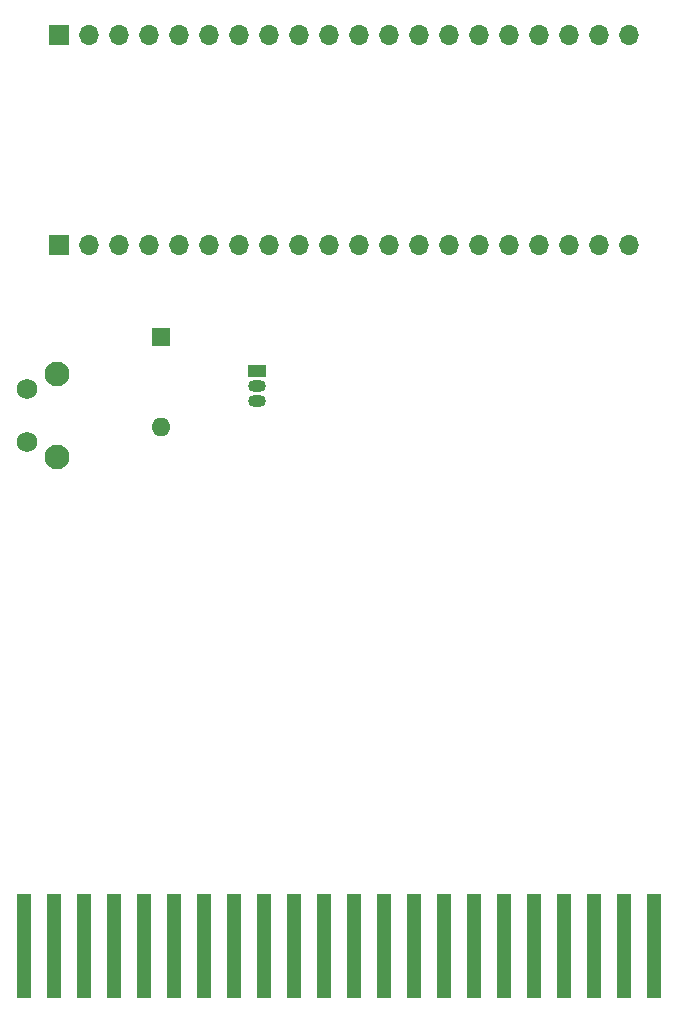
<source format=gbr>
%TF.GenerationSoftware,KiCad,Pcbnew,8.0.2*%
%TF.CreationDate,2024-05-12T16:12:48+02:00*%
%TF.ProjectId,PiRTOII_cart,50695254-4f49-4495-9f63-6172742e6b69,rev?*%
%TF.SameCoordinates,Original*%
%TF.FileFunction,Soldermask,Top*%
%TF.FilePolarity,Negative*%
%FSLAX46Y46*%
G04 Gerber Fmt 4.6, Leading zero omitted, Abs format (unit mm)*
G04 Created by KiCad (PCBNEW 8.0.2) date 2024-05-12 16:12:48*
%MOMM*%
%LPD*%
G01*
G04 APERTURE LIST*
%ADD10O,1.700000X1.700000*%
%ADD11R,1.700000X1.700000*%
%ADD12O,1.600000X1.600000*%
%ADD13R,1.600000X1.600000*%
%ADD14O,1.500000X1.050000*%
%ADD15R,1.500000X1.050000*%
%ADD16R,1.270000X8.840000*%
%ADD17C,1.750000*%
%ADD18C,2.100000*%
G04 APERTURE END LIST*
D10*
%TO.C,J2*%
X142590000Y-128550000D03*
X140050000Y-128550000D03*
X137510000Y-128550000D03*
X134970000Y-128550000D03*
X132430000Y-128550000D03*
X129890000Y-128550000D03*
X127350000Y-128550000D03*
X124810000Y-128550000D03*
X122270000Y-128550000D03*
X119730000Y-128550000D03*
X117190000Y-128550000D03*
X114650000Y-128550000D03*
X112110000Y-128550000D03*
X109570000Y-128550000D03*
X107030000Y-128550000D03*
X104490000Y-128550000D03*
X101950000Y-128550000D03*
X99410000Y-128550000D03*
X96870000Y-128550000D03*
D11*
X94330000Y-128550000D03*
%TD*%
D10*
%TO.C,J3*%
X142580000Y-110750000D03*
X140040000Y-110750000D03*
X137500000Y-110750000D03*
X134960000Y-110750000D03*
X132420000Y-110750000D03*
X129880000Y-110750000D03*
X127340000Y-110750000D03*
X124800000Y-110750000D03*
X122260000Y-110750000D03*
X119720000Y-110750000D03*
X117180000Y-110750000D03*
X114640000Y-110750000D03*
X112100000Y-110750000D03*
X109560000Y-110750000D03*
X107020000Y-110750000D03*
X104480000Y-110750000D03*
X101940000Y-110750000D03*
X99400000Y-110750000D03*
X96860000Y-110750000D03*
D11*
X94320000Y-110750000D03*
%TD*%
D12*
%TO.C,D1*%
X102925000Y-143960000D03*
D13*
X102925000Y-136340000D03*
%TD*%
D14*
%TO.C,Q1*%
X111075000Y-141740000D03*
X111075000Y-140470000D03*
D15*
X111075000Y-139200000D03*
%TD*%
D16*
%TO.C,J1*%
X91325700Y-187960000D03*
X93865700Y-187960000D03*
X96405700Y-187960000D03*
X98945700Y-187960000D03*
X101485700Y-187960000D03*
X104025700Y-187960000D03*
X106565700Y-187960000D03*
X109105700Y-187960000D03*
X111645700Y-187960000D03*
X114185700Y-187960000D03*
X116725700Y-187960000D03*
X119265700Y-187960000D03*
X121805700Y-187960000D03*
X124345700Y-187960000D03*
X126885700Y-187960000D03*
X129425700Y-187960000D03*
X131965700Y-187960000D03*
X134505700Y-187960000D03*
X137045700Y-187960000D03*
X139585700Y-187960000D03*
X142125700Y-187960000D03*
X144665700Y-187960000D03*
%TD*%
D17*
%TO.C,SW1*%
X91625000Y-140775000D03*
X91625000Y-145275000D03*
D18*
X94115000Y-139515000D03*
X94115000Y-146525000D03*
%TD*%
M02*

</source>
